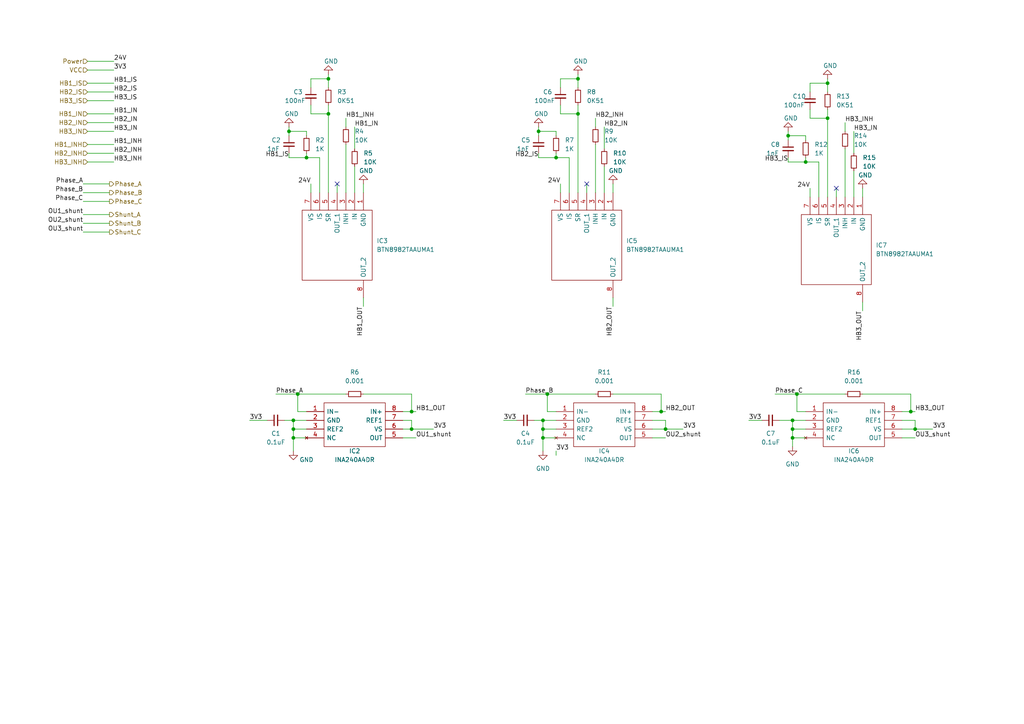
<source format=kicad_sch>
(kicad_sch (version 20211123) (generator eeschema)
  (paper "A4")
  (lib_symbols
    (symbol "CustomLib:BTN8982TAAUMA1" (pin_names (offset 0.762))
      (property "Reference" "IC" (at 26.67 7.62 0))
      (property "Value" "BTN8982TAAUMA1" (at 26.67 5.08 0))
      (symbol "BTN8982TAAUMA1_0_0"
        (pin passive line (at 0 0 0) (length 5.08) (name "GND") (number "1"))
        (pin passive line (at 0 -2.54 0) (length 5.08) (name "IN") (number "2"))
        (pin passive line (at 0 -5.08 0) (length 5.08) (name "INH") (number "3"))
        (pin passive line (at 0 -7.62 0) (length 5.08) (name "OUT_1") (number "4"))
        (pin passive line (at 0 -10.16 0) (length 5.08) (name "SR") (number "5"))
        (pin passive line (at 0 -12.7 0) (length 5.08) (name "IS") (number "6"))
        (pin passive line (at 0 -15.24 0) (length 5.08) (name "VS") (number "7"))
        (pin passive line (at 30.48 0 180) (length 5.08) (name "OUT_2") (number "8"))
      )
      (symbol "BTN8982TAAUMA1_0_1"
        (polyline (pts (xy 5.08 2.54) (xy 25.4 2.54) (xy 25.4 -17.78) (xy 5.08 -17.78) (xy 5.08 2.54)) (stroke (width 0.1524)))
      )
    )
    (symbol "CustomLib:INA240A4DR" (pin_names (offset 0.762))
      (property "Reference" "IC" (at 24.13 7.62 0))
      (property "Value" "INA240A4DR" (at 24.13 5.08 0))
      (symbol "INA240A4DR_0_0"
        (pin passive line (at 0 0 0) (length 5.08) (name "IN-") (number "1"))
        (pin passive line (at 0 -2.54 0) (length 5.08) (name "GND") (number "2"))
        (pin passive line (at 0 -5.08 0) (length 5.08) (name "REF2") (number "3"))
        (pin no_connect line (at 0 -7.62 0) (length 5.08) (name "NC") (number "4"))
        (pin passive line (at 27.94 -7.62 180) (length 5.08) (name "OUT") (number "5"))
        (pin passive line (at 27.94 -5.08 180) (length 5.08) (name "VS") (number "6"))
        (pin passive line (at 27.94 -2.54 180) (length 5.08) (name "REF1") (number "7"))
        (pin passive line (at 27.94 0 180) (length 5.08) (name "IN+") (number "8"))
      )
      (symbol "INA240A4DR_0_1"
        (polyline (pts (xy 5.08 2.54) (xy 22.86 2.54) (xy 22.86 -10.16) (xy 5.08 -10.16) (xy 5.08 2.54)) (stroke (width 0.1524)))
      )
    )
    (symbol "Device:C_Small" (pin_numbers hide) (pin_names (offset 0.254) hide)
      (property "Reference" "C" (at 0.254 1.778 0))
      (property "Value" "C_Small" (at 0.254 -2.032 0))
      (symbol "C_Small_0_1"
        (polyline (pts (xy -1.524 -0.508) (xy 1.524 -0.508)) (stroke (width 0.3302)))
        (polyline (pts (xy -1.524 0.508) (xy 1.524 0.508)) (stroke (width 0.3048)))
      )
      (symbol "C_Small_1_1"
        (pin passive line (at 0 2.54 270) (length 2.032) (name "~") (number "1"))
        (pin passive line (at 0 -2.54 90) (length 2.032) (name "~") (number "2"))
      )
    )
    (symbol "Device:R_Small" (pin_numbers hide) (pin_names (offset 0.254) hide)
      (property "Reference" "R" (at 0.762 0.508 0))
      (property "Value" "R_Small" (at 0.762 -1.016 0))
      (symbol "R_Small_0_1"
        (rectangle (start -0.762 1.778) (end 0.762 -1.778) (stroke (width 0.2032)))
      )
      (symbol "R_Small_1_1"
        (pin passive line (at 0 2.54 270) (length 0.762) (name "~") (number "1"))
        (pin passive line (at 0 -2.54 90) (length 0.762) (name "~") (number "2"))
      )
    )
    (symbol "power:GND" (power) (pin_names (offset 0))
      (property "Value" "GND" (at 0 -3.81 0))
      (symbol "GND_0_1"
        (polyline (pts (xy 0 0) (xy 0 -1.27) (xy 1.27 -1.27) (xy 0 -2.54) (xy -1.27 -1.27) (xy 0 -1.27)))
      )
      (symbol "GND_1_1"
        (pin power_in line (at 0 0 270) (length 0) hide (name "GND") (number "1"))
      )
    )
  )
  (junction (at 119.38 119.38))
  (junction (at 157.48 121.92))
  (junction (at 265.43 124.46))
  (junction (at 157.48 127))
  (junction (at 229.87 127))
  (junction (at 88.9 45.72))
  (junction (at 95.25 33.02))
  (junction (at 229.87 124.46))
  (junction (at 228.6 39.37))
  (junction (at 119.38 124.46))
  (junction (at 240.03 24.13))
  (junction (at 233.68 46.99))
  (junction (at 95.25 22.86))
  (junction (at 85.09 124.46))
  (junction (at 231.14 114.3))
  (junction (at 83.82 38.1))
  (junction (at 191.77 119.38))
  (junction (at 86.36 114.3))
  (junction (at 167.64 22.86))
  (junction (at 156.21 38.1))
  (junction (at 229.87 121.92))
  (junction (at 157.48 124.46))
  (junction (at 240.03 34.29))
  (junction (at 161.29 45.72))
  (junction (at 193.04 124.46))
  (junction (at 85.09 121.92))
  (junction (at 167.64 33.02))
  (junction (at 158.75 114.3))
  (junction (at 264.16 119.38))
  (junction (at 85.09 127))
  (no_connect (at 97.79 53.34))
  (no_connect (at 242.57 54.61))
  (no_connect (at 170.18 53.34))
  (wire (pts (xy 85.09 127) (xy 85.09 130.81)))
  (wire (pts (xy 90.17 22.86) (xy 90.17 25.4)))
  (wire (pts (xy 162.56 22.86) (xy 162.56 25.4)))
  (wire (pts (xy 25.4 41.91) (xy 33.02 41.91)))
  (wire (pts (xy 240.03 26.67) (xy 240.03 24.13)))
  (wire (pts (xy 261.62 124.46) (xy 265.43 124.46)))
  (wire (pts (xy 261.62 121.92) (xy 265.43 121.92)))
  (wire (pts (xy 31.75 58.42) (xy 24.13 58.42)))
  (wire (pts (xy 25.4 44.45) (xy 33.02 44.45)))
  (wire (pts (xy 191.77 114.3) (xy 191.77 119.38)))
  (wire (pts (xy 100.33 34.29) (xy 100.33 36.83)))
  (wire (pts (xy 116.84 119.38) (xy 119.38 119.38)))
  (wire (pts (xy 88.9 38.1) (xy 88.9 39.37)))
  (wire (pts (xy 245.11 43.18) (xy 245.11 57.15)))
  (wire (pts (xy 157.48 124.46) (xy 157.48 127)))
  (wire (pts (xy 92.71 55.88) (xy 92.71 45.72)))
  (wire (pts (xy 100.33 41.91) (xy 100.33 55.88)))
  (wire (pts (xy 161.29 45.72) (xy 165.1 45.72)))
  (wire (pts (xy 90.17 53.34) (xy 90.17 55.88)))
  (wire (pts (xy 105.41 114.3) (xy 119.38 114.3)))
  (wire (pts (xy 217.17 121.92) (xy 220.98 121.92)))
  (wire (pts (xy 83.82 38.1) (xy 88.9 38.1)))
  (wire (pts (xy 116.84 124.46) (xy 119.38 124.46)))
  (wire (pts (xy 158.75 119.38) (xy 161.29 119.38)))
  (wire (pts (xy 175.26 48.26) (xy 175.26 55.88)))
  (wire (pts (xy 31.75 64.77) (xy 24.13 64.77)))
  (wire (pts (xy 83.82 45.72) (xy 88.9 45.72)))
  (wire (pts (xy 25.4 38.1) (xy 33.02 38.1)))
  (wire (pts (xy 83.82 39.37) (xy 83.82 38.1)))
  (wire (pts (xy 229.87 124.46) (xy 229.87 127)))
  (wire (pts (xy 265.43 121.92) (xy 265.43 124.46)))
  (wire (pts (xy 85.09 124.46) (xy 88.9 124.46)))
  (wire (pts (xy 177.8 53.34) (xy 177.8 55.88)))
  (wire (pts (xy 25.4 17.78) (xy 33.02 17.78)))
  (wire (pts (xy 245.11 35.56) (xy 245.11 38.1)))
  (wire (pts (xy 95.25 25.4) (xy 95.25 22.86)))
  (wire (pts (xy 264.16 119.38) (xy 265.43 119.38)))
  (wire (pts (xy 229.87 127) (xy 229.87 129.54)))
  (wire (pts (xy 154.94 121.92) (xy 157.48 121.92)))
  (wire (pts (xy 119.38 114.3) (xy 119.38 119.38)))
  (wire (pts (xy 162.56 33.02) (xy 167.64 33.02)))
  (wire (pts (xy 240.03 34.29) (xy 240.03 57.15)))
  (wire (pts (xy 95.25 22.86) (xy 90.17 22.86)))
  (wire (pts (xy 116.84 127) (xy 120.65 127)))
  (wire (pts (xy 229.87 121.92) (xy 229.87 124.46)))
  (wire (pts (xy 250.19 54.61) (xy 250.19 57.15)))
  (wire (pts (xy 242.57 54.61) (xy 242.57 57.15)))
  (wire (pts (xy 83.82 36.83) (xy 83.82 38.1)))
  (wire (pts (xy 233.68 39.37) (xy 233.68 40.64)))
  (wire (pts (xy 170.18 53.34) (xy 170.18 55.88)))
  (wire (pts (xy 247.65 49.53) (xy 247.65 57.15)))
  (wire (pts (xy 88.9 44.45) (xy 88.9 45.72)))
  (wire (pts (xy 234.95 31.75) (xy 234.95 34.29)))
  (wire (pts (xy 156.21 36.83) (xy 156.21 38.1)))
  (wire (pts (xy 161.29 121.92) (xy 157.48 121.92)))
  (wire (pts (xy 172.72 114.3) (xy 158.75 114.3)))
  (wire (pts (xy 31.75 55.88) (xy 24.13 55.88)))
  (wire (pts (xy 231.14 119.38) (xy 233.68 119.38)))
  (wire (pts (xy 261.62 127) (xy 265.43 127)))
  (wire (pts (xy 105.41 53.34) (xy 105.41 55.88)))
  (wire (pts (xy 231.14 114.3) (xy 231.14 119.38)))
  (wire (pts (xy 25.4 33.02) (xy 33.02 33.02)))
  (wire (pts (xy 237.49 57.15) (xy 237.49 46.99)))
  (wire (pts (xy 228.6 40.64) (xy 228.6 39.37)))
  (wire (pts (xy 228.6 39.37) (xy 233.68 39.37)))
  (wire (pts (xy 157.48 124.46) (xy 161.29 124.46)))
  (wire (pts (xy 161.29 130.81) (xy 161.29 132.08)))
  (wire (pts (xy 83.82 44.45) (xy 83.82 45.72)))
  (wire (pts (xy 245.11 114.3) (xy 231.14 114.3)))
  (wire (pts (xy 25.4 46.99) (xy 33.02 46.99)))
  (wire (pts (xy 25.4 24.13) (xy 33.02 24.13)))
  (wire (pts (xy 177.8 114.3) (xy 191.77 114.3)))
  (wire (pts (xy 31.75 53.34) (xy 24.13 53.34)))
  (wire (pts (xy 31.75 62.23) (xy 24.13 62.23)))
  (wire (pts (xy 250.19 114.3) (xy 264.16 114.3)))
  (wire (pts (xy 88.9 121.92) (xy 85.09 121.92)))
  (wire (pts (xy 265.43 124.46) (xy 270.51 124.46)))
  (wire (pts (xy 25.4 35.56) (xy 33.02 35.56)))
  (wire (pts (xy 157.48 127) (xy 161.29 127)))
  (wire (pts (xy 95.25 30.48) (xy 95.25 33.02)))
  (wire (pts (xy 167.64 25.4) (xy 167.64 22.86)))
  (wire (pts (xy 250.19 87.63) (xy 250.19 90.17)))
  (wire (pts (xy 88.9 45.72) (xy 92.71 45.72)))
  (wire (pts (xy 167.64 21.59) (xy 167.64 22.86)))
  (wire (pts (xy 240.03 22.86) (xy 240.03 24.13)))
  (wire (pts (xy 228.6 46.99) (xy 233.68 46.99)))
  (wire (pts (xy 90.17 33.02) (xy 95.25 33.02)))
  (wire (pts (xy 233.68 45.72) (xy 233.68 46.99)))
  (wire (pts (xy 158.75 114.3) (xy 158.75 119.38)))
  (wire (pts (xy 85.09 127) (xy 88.9 127)))
  (wire (pts (xy 226.06 121.92) (xy 229.87 121.92)))
  (wire (pts (xy 157.48 130.81) (xy 157.48 127)))
  (wire (pts (xy 264.16 114.3) (xy 264.16 119.38)))
  (wire (pts (xy 95.25 33.02) (xy 95.25 55.88)))
  (wire (pts (xy 90.17 30.48) (xy 90.17 33.02)))
  (wire (pts (xy 228.6 45.72) (xy 228.6 46.99)))
  (wire (pts (xy 119.38 121.92) (xy 119.38 124.46)))
  (wire (pts (xy 167.64 33.02) (xy 167.64 55.88)))
  (wire (pts (xy 31.75 67.31) (xy 24.13 67.31)))
  (wire (pts (xy 247.65 38.1) (xy 247.65 44.45)))
  (wire (pts (xy 224.79 114.3) (xy 231.14 114.3)))
  (wire (pts (xy 189.23 124.46) (xy 193.04 124.46)))
  (wire (pts (xy 95.25 21.59) (xy 95.25 22.86)))
  (wire (pts (xy 80.01 114.3) (xy 86.36 114.3)))
  (wire (pts (xy 25.4 20.32) (xy 33.02 20.32)))
  (wire (pts (xy 229.87 124.46) (xy 233.68 124.46)))
  (wire (pts (xy 167.64 22.86) (xy 162.56 22.86)))
  (wire (pts (xy 240.03 24.13) (xy 234.95 24.13)))
  (wire (pts (xy 86.36 119.38) (xy 88.9 119.38)))
  (wire (pts (xy 193.04 124.46) (xy 198.12 124.46)))
  (wire (pts (xy 177.8 86.36) (xy 177.8 88.9)))
  (wire (pts (xy 85.09 124.46) (xy 85.09 127)))
  (wire (pts (xy 97.79 53.34) (xy 97.79 55.88)))
  (wire (pts (xy 193.04 121.92) (xy 193.04 124.46)))
  (wire (pts (xy 102.87 48.26) (xy 102.87 55.88)))
  (wire (pts (xy 161.29 44.45) (xy 161.29 45.72)))
  (wire (pts (xy 25.4 26.67) (xy 33.02 26.67)))
  (wire (pts (xy 119.38 124.46) (xy 125.73 124.46)))
  (wire (pts (xy 86.36 114.3) (xy 86.36 119.38)))
  (wire (pts (xy 102.87 36.83) (xy 102.87 43.18)))
  (wire (pts (xy 229.87 127) (xy 233.68 127)))
  (wire (pts (xy 156.21 39.37) (xy 156.21 38.1)))
  (wire (pts (xy 167.64 30.48) (xy 167.64 33.02)))
  (wire (pts (xy 82.55 121.92) (xy 85.09 121.92)))
  (wire (pts (xy 189.23 127) (xy 193.04 127)))
  (wire (pts (xy 175.26 36.83) (xy 175.26 43.18)))
  (wire (pts (xy 100.33 114.3) (xy 86.36 114.3)))
  (wire (pts (xy 234.95 54.61) (xy 234.95 57.15)))
  (wire (pts (xy 157.48 121.92) (xy 157.48 124.46)))
  (wire (pts (xy 189.23 119.38) (xy 191.77 119.38)))
  (wire (pts (xy 189.23 121.92) (xy 193.04 121.92)))
  (wire (pts (xy 156.21 44.45) (xy 156.21 45.72)))
  (wire (pts (xy 161.29 38.1) (xy 161.29 39.37)))
  (wire (pts (xy 240.03 31.75) (xy 240.03 34.29)))
  (wire (pts (xy 172.72 34.29) (xy 172.72 36.83)))
  (wire (pts (xy 233.68 46.99) (xy 237.49 46.99)))
  (wire (pts (xy 234.95 24.13) (xy 234.95 26.67)))
  (wire (pts (xy 229.87 121.92) (xy 233.68 121.92)))
  (wire (pts (xy 116.84 121.92) (xy 119.38 121.92)))
  (wire (pts (xy 162.56 53.34) (xy 162.56 55.88)))
  (wire (pts (xy 25.4 29.21) (xy 33.02 29.21)))
  (wire (pts (xy 85.09 121.92) (xy 85.09 124.46)))
  (wire (pts (xy 191.77 119.38) (xy 193.04 119.38)))
  (wire (pts (xy 152.4 114.3) (xy 158.75 114.3)))
  (wire (pts (xy 105.41 86.36) (xy 105.41 88.9)))
  (wire (pts (xy 146.05 121.92) (xy 149.86 121.92)))
  (wire (pts (xy 172.72 41.91) (xy 172.72 55.88)))
  (wire (pts (xy 156.21 45.72) (xy 161.29 45.72)))
  (wire (pts (xy 162.56 30.48) (xy 162.56 33.02)))
  (wire (pts (xy 165.1 55.88) (xy 165.1 45.72)))
  (wire (pts (xy 72.39 121.92) (xy 77.47 121.92)))
  (wire (pts (xy 261.62 119.38) (xy 264.16 119.38)))
  (wire (pts (xy 156.21 38.1) (xy 161.29 38.1)))
  (wire (pts (xy 234.95 34.29) (xy 240.03 34.29)))
  (wire (pts (xy 119.38 119.38) (xy 120.65 119.38)))
  (wire (pts (xy 228.6 38.1) (xy 228.6 39.37)))
  (label "HB3_IN" (at 33.02 38.1 0))
  (label "24V" (at 234.95 54.61 180))
  (label "Phase_B" (at 152.4 114.3 0))
  (label "Phase_B" (at 24.13 55.88 180))
  (label "HB2_IN" (at 175.26 36.83 0))
  (label "HB2_INH" (at 33.02 44.45 0))
  (label "HB1_IN" (at 33.02 33.02 0))
  (label "HB1_INH" (at 33.02 41.91 0))
  (label "3V3" (at 146.05 121.92 0))
  (label "3V3" (at 161.29 130.81 0))
  (label "HB3_OUT" (at 265.43 119.38 0))
  (label "OU1_shunt" (at 120.65 127 0))
  (label "HB2_IS" (at 33.02 26.67 0))
  (label "OU3_shunt" (at 24.13 67.31 180))
  (label "HB1_IS" (at 33.02 24.13 0))
  (label "Phase_C" (at 24.13 58.42 180))
  (label "HB3_IS" (at 33.02 29.21 0))
  (label "HB2_IN" (at 33.02 35.56 0))
  (label "HB3_INH" (at 33.02 46.99 0))
  (label "HB3_IN" (at 247.65 38.1 0))
  (label "OU2_shunt" (at 24.13 64.77 180))
  (label "HB3_INH" (at 245.11 35.56 0))
  (label "Phase_A" (at 24.13 53.34 180))
  (label "HB1_OUT" (at 105.41 88.9 270))
  (label "HB3_IS" (at 228.6 46.99 180))
  (label "HB3_OUT" (at 250.19 90.17 270))
  (label "3V3" (at 125.73 124.46 0))
  (label "Phase_C" (at 224.79 114.3 0))
  (label "HB2_INH" (at 172.72 34.29 0))
  (label "24V" (at 162.56 53.34 180))
  (label "HB1_IN" (at 102.87 36.83 0))
  (label "24V" (at 90.17 53.34 180))
  (label "3V3" (at 217.17 121.92 0))
  (label "Phase_A" (at 80.01 114.3 0))
  (label "OU3_shunt" (at 265.43 127 0))
  (label "3V3" (at 72.39 121.92 0))
  (label "HB2_OUT" (at 193.04 119.38 0))
  (label "HB2_IS" (at 156.21 45.72 180))
  (label "OU2_shunt" (at 193.04 127 0))
  (label "OU1_shunt" (at 24.13 62.23 180))
  (label "HB2_OUT" (at 177.8 88.9 270))
  (label "3V3" (at 198.12 124.46 0))
  (label "HB1_INH" (at 100.33 34.29 0))
  (label "HB1_OUT" (at 120.65 119.38 0))
  (label "3V3" (at 33.02 20.32 0))
  (label "HB1_IS" (at 83.82 45.72 180))
  (label "24V" (at 33.02 17.78 0))
  (label "3V3" (at 270.51 124.46 0))
  (hierarchical_label "HB2_INH" (shape input) (at 25.4 44.45 180))
  (hierarchical_label "HB1_IS" (shape input) (at 25.4 24.13 180))
  (hierarchical_label "HB3_IS" (shape input) (at 25.4 29.21 180))
  (hierarchical_label "HB3_INH" (shape input) (at 25.4 46.99 180))
  (hierarchical_label "HB1_IN" (shape input) (at 25.4 33.02 180))
  (hierarchical_label "Shunt_B" (shape output) (at 31.75 64.77 0))
  (hierarchical_label "Shunt_A" (shape output) (at 31.75 62.23 0))
  (hierarchical_label "HB2_IN" (shape input) (at 25.4 35.56 180))
  (hierarchical_label "VCC" (shape input) (at 25.4 20.32 180))
  (hierarchical_label "Power" (shape input) (at 25.4 17.78 180))
  (hierarchical_label "Phase_C" (shape output) (at 31.75 58.42 0))
  (hierarchical_label "HB1_INH" (shape input) (at 25.4 41.91 180))
  (hierarchical_label "HB3_IN" (shape input) (at 25.4 38.1 180))
  (hierarchical_label "HB2_IS" (shape input) (at 25.4 26.67 180))
  (hierarchical_label "Shunt_C" (shape output) (at 31.75 67.31 0))
  (hierarchical_label "Phase_B" (shape output) (at 31.75 55.88 0))
  (hierarchical_label "Phase_A" (shape output) (at 31.75 53.34 0))
  (symbol (lib_id "power:GND") (at 105.41 53.34 180) (unit 1)
    (property "Reference" "#PWR0111" (effects hide))
    (property "Value" "GND" (at 104.14 49.53 0) (effects (justify right)))
  )
  (symbol (lib_id "power:GND") (at 83.82 36.83 180) (unit 1)
    (property "Reference" "#PWR0113" (effects hide))
    (property "Value" "GND" (at 82.55 33.02 0) (effects (justify right)))
  )
  (symbol (lib_id "Device:R_Small") (at 247.65 46.99 0) (unit 1)
    (property "Reference" "R15" (at 250.19 45.7199 0) (effects (justify left)))
    (property "Value" "10K" (at 250.19 48.2599 0) (effects (justify left)))
    (property "Footprint" "Resistor_SMD:R_1206_3216Metric" (effects hide))
  )
  (symbol (lib_id "CustomLib:BTN8982TAAUMA1") (at 177.8 55.88 270) (unit 1)
    (property "Reference" "IC5" (at 181.61 69.8499 90) (effects (justify left)))
    (property "Value" "BTN8982TAAUMA1" (at 181.61 72.3899 90) (effects (justify left)))
    (property "Footprint" "max_KiCAD_lib:PG-TO263-7-1" (effects hide))
    (property "Datasheet" "https://www.infineon.com/dgdl/Infineon-BTN8982TA-DS-v01_00-EN.pdf?fileId=db3a30433fa9412f013fbe32289b7c17&intc=reco" (effects hide))
    (property "Description" "Infineon BTN8982TAAUMA1, BLDC Motor Driver IC, 40 V 55A 7-Pin, TO-263" (effects hide))
    (property "Mouser Part Number" "726-BTN8982TAAUMA1" (effects hide))
    (property "Mouser Price/Stock" "https://www.mouser.co.uk/ProductDetail/Infineon-Technologies/BTN8982TAAUMA1?qs=WkdRfq4wf1POsjGKnDFeRw%3D%3D" (effects hide))
    (property "Manufacturer_Name" "Infineon" (effects hide))
    (property "Manufacturer_Part_Number" "BTN8982TAAUMA1" (effects hide))
  )
  (symbol (lib_id "power:GND") (at 156.21 36.83 180) (unit 1)
    (property "Reference" "#PWR0110" (effects hide))
    (property "Value" "GND" (at 154.94 33.02 0) (effects (justify right)))
  )
  (symbol (lib_id "Device:R_Small") (at 102.87 114.3 90) (unit 1)
    (property "Reference" "R6" (at 102.87 107.95 90))
    (property "Value" "0.001" (at 102.87 110.49 90))
    (property "Footprint" "Resistor_SMD:R_1206_3216Metric" (effects hide))
  )
  (symbol (lib_id "Device:C_Small") (at 80.01 121.92 90) (unit 1)
    (property "Reference" "C1" (at 80.01 125.73 90))
    (property "Value" "0.1uF" (at 80.01 128.27 90))
    (property "Footprint" "Capacitor_SMD:C_1206_3216Metric" (effects hide))
  )
  (symbol (lib_id "Device:R_Small") (at 175.26 114.3 90) (unit 1)
    (property "Reference" "R11" (at 175.26 107.95 90))
    (property "Value" "0.001" (at 175.26 110.49 90))
    (property "Footprint" "Resistor_SMD:R_1206_3216Metric" (effects hide))
  )
  (symbol (lib_id "Device:R_Small") (at 88.9 41.91 0) (unit 1)
    (property "Reference" "R2" (at 91.44 40.6399 0) (effects (justify left)))
    (property "Value" "1K" (at 91.44 43.1799 0) (effects (justify left)))
    (property "Footprint" "Resistor_SMD:R_1206_3216Metric" (effects hide))
  )
  (symbol (lib_id "Device:C_Small") (at 228.6 43.18 0) (unit 1)
    (property "Reference" "C8" (at 223.52 41.91 0) (effects (justify left)))
    (property "Value" "1nF" (at 222.25 44.45 0) (effects (justify left)))
    (property "Footprint" "Capacitor_SMD:C_1206_3216Metric" (effects hide))
  )
  (symbol (lib_id "Device:C_Small") (at 90.17 27.94 0) (unit 1)
    (property "Reference" "C3" (at 85.09 26.67 0) (effects (justify left)))
    (property "Value" "100nF" (at 82.55 29.21 0) (effects (justify left)))
    (property "Footprint" "Capacitor_SMD:C_1206_3216Metric" (effects hide))
  )
  (symbol (lib_id "Device:C_Small") (at 162.56 27.94 0) (unit 1)
    (property "Reference" "C6" (at 157.48 26.67 0) (effects (justify left)))
    (property "Value" "100nF" (at 154.94 29.21 0) (effects (justify left)))
    (property "Footprint" "Capacitor_SMD:C_1206_3216Metric" (effects hide))
  )
  (symbol (lib_id "Device:C_Small") (at 152.4 121.92 90) (unit 1)
    (property "Reference" "C4" (at 152.4 125.73 90))
    (property "Value" "0.1uF" (at 152.4 128.27 90))
    (property "Footprint" "Capacitor_SMD:C_1206_3216Metric" (effects hide))
  )
  (symbol (lib_id "power:GND") (at 85.09 130.81 0) (unit 1)
    (property "Reference" "#PWR0106" (effects hide))
    (property "Value" "GND" (at 88.9 133.35 0))
  )
  (symbol (lib_id "Device:R_Small") (at 233.68 43.18 0) (unit 1)
    (property "Reference" "R12" (at 236.22 41.9099 0) (effects (justify left)))
    (property "Value" "1K" (at 236.22 44.4499 0) (effects (justify left)))
    (property "Footprint" "Resistor_SMD:R_1206_3216Metric" (effects hide))
  )
  (symbol (lib_id "CustomLib:INA240A4DR") (at 88.9 119.38 0) (unit 1)
    (property "Reference" "IC2" (at 102.87 130.81 0))
    (property "Value" "INA240A4DR" (at 102.87 133.35 0))
    (property "Footprint" "max_KiCAD_lib:SOIC127P600X175-8N" (effects hide))
    (property "Datasheet" "http://www.ti.com/lit/gpn/ina240" (effects hide))
    (property "Description" "80V, Low-/High-Side, Bi-Directional, Zero-Drift, Current Sense Amp w/Enhanced PWM Rejection" (effects hide))
    (property "Height" "1.75" (effects hide))
    (property "Mouser Part Number" "595-INA240A4DR" (effects hide))
    (property "Mouser Price/Stock" "https://www.mouser.co.uk/ProductDetail/Texas-Instruments/INA240A4DR?qs=AQlKX63v8RvMrT%252BbhA5gog%3D%3D" (effects hide))
    (property "Manufacturer_Name" "Texas Instruments" (effects hide))
    (property "Manufacturer_Part_Number" "INA240A4DR" (effects hide))
  )
  (symbol (lib_id "power:GND") (at 177.8 53.34 180) (unit 1)
    (property "Reference" "#PWR0123" (effects hide))
    (property "Value" "GND" (at 176.53 49.53 0) (effects (justify right)))
  )
  (symbol (lib_id "Device:R_Small") (at 100.33 39.37 0) (unit 1)
    (property "Reference" "R4" (at 102.87 38.0999 0) (effects (justify left)))
    (property "Value" "10K" (at 102.87 40.6399 0) (effects (justify left)))
    (property "Footprint" "Resistor_SMD:R_1206_3216Metric" (effects hide))
  )
  (symbol (lib_id "power:GND") (at 240.03 22.86 180) (unit 1)
    (property "Reference" "#PWR0127" (effects hide))
    (property "Value" "GND" (at 238.76 19.05 0) (effects (justify right)))
  )
  (symbol (lib_id "Device:R_Small") (at 161.29 41.91 0) (unit 1)
    (property "Reference" "R7" (at 163.83 40.6399 0) (effects (justify left)))
    (property "Value" "1K" (at 163.83 43.1799 0) (effects (justify left)))
    (property "Footprint" "Resistor_SMD:R_1206_3216Metric" (effects hide))
  )
  (symbol (lib_id "Device:R_Small") (at 247.65 114.3 90) (unit 1)
    (property "Reference" "R16" (at 247.65 107.95 90))
    (property "Value" "0.001" (at 247.65 110.49 90))
    (property "Footprint" "Resistor_SMD:R_1206_3216Metric" (effects hide))
  )
  (symbol (lib_id "CustomLib:BTN8982TAAUMA1") (at 250.19 57.15 270) (unit 1)
    (property "Reference" "IC7" (at 254 71.1199 90) (effects (justify left)))
    (property "Value" "BTN8982TAAUMA1" (at 254 73.6599 90) (effects (justify left)))
    (property "Footprint" "max_KiCAD_lib:PG-TO263-7-1" (effects hide))
    (property "Datasheet" "https://www.infineon.com/dgdl/Infineon-BTN8982TA-DS-v01_00-EN.pdf?fileId=db3a30433fa9412f013fbe32289b7c17&intc=reco" (effects hide))
    (property "Description" "Infineon BTN8982TAAUMA1, BLDC Motor Driver IC, 40 V 55A 7-Pin, TO-263" (effects hide))
    (property "Mouser Part Number" "726-BTN8982TAAUMA1" (effects hide))
    (property "Mouser Price/Stock" "https://www.mouser.co.uk/ProductDetail/Infineon-Technologies/BTN8982TAAUMA1?qs=WkdRfq4wf1POsjGKnDFeRw%3D%3D" (effects hide))
    (property "Manufacturer_Name" "Infineon" (effects hide))
    (property "Manufacturer_Part_Number" "BTN8982TAAUMA1" (effects hide))
  )
  (symbol (lib_id "Device:C_Small") (at 83.82 41.91 0) (unit 1)
    (property "Reference" "C2" (at 78.74 40.64 0) (effects (justify left)))
    (property "Value" "1nF" (at 77.47 43.18 0) (effects (justify left)))
    (property "Footprint" "Capacitor_SMD:C_1206_3216Metric" (effects hide))
  )
  (symbol (lib_id "power:GND") (at 95.25 21.59 180) (unit 1)
    (property "Reference" "#PWR0114" (effects hide))
    (property "Value" "GND" (at 93.98 17.78 0) (effects (justify right)))
  )
  (symbol (lib_id "Device:R_Small") (at 245.11 40.64 0) (unit 1)
    (property "Reference" "R14" (at 247.65 39.3699 0) (effects (justify left)))
    (property "Value" "10K" (at 247.65 41.9099 0) (effects (justify left)))
    (property "Footprint" "Resistor_SMD:R_1206_3216Metric" (effects hide))
  )
  (symbol (lib_id "power:GND") (at 157.48 130.81 0) (unit 1)
    (property "Reference" "#PWR0108" (effects hide))
    (property "Value" "GND" (at 157.48 135.89 0))
  )
  (symbol (lib_id "CustomLib:BTN8982TAAUMA1") (at 105.41 55.88 270) (unit 1)
    (property "Reference" "IC3" (at 109.22 69.8499 90) (effects (justify left)))
    (property "Value" "BTN8982TAAUMA1" (at 109.22 72.3899 90) (effects (justify left)))
    (property "Footprint" "max_KiCAD_lib:PG-TO263-7-1" (effects hide))
    (property "Datasheet" "https://www.infineon.com/dgdl/Infineon-BTN8982TA-DS-v01_00-EN.pdf?fileId=db3a30433fa9412f013fbe32289b7c17&intc=reco" (effects hide))
    (property "Description" "Infineon BTN8982TAAUMA1, BLDC Motor Driver IC, 40 V 55A 7-Pin, TO-263" (effects hide))
    (property "Mouser Part Number" "726-BTN8982TAAUMA1" (effects hide))
    (property "Mouser Price/Stock" "https://www.mouser.co.uk/ProductDetail/Infineon-Technologies/BTN8982TAAUMA1?qs=WkdRfq4wf1POsjGKnDFeRw%3D%3D" (effects hide))
    (property "Manufacturer_Name" "Infineon" (effects hide))
    (property "Manufacturer_Part_Number" "BTN8982TAAUMA1" (effects hide))
  )
  (symbol (lib_id "power:GND") (at 229.87 129.54 0) (unit 1)
    (property "Reference" "#PWR0118" (effects hide))
    (property "Value" "GND" (at 229.87 134.62 0))
  )
  (symbol (lib_id "power:GND") (at 228.6 38.1 180) (unit 1)
    (property "Reference" "#PWR0128" (effects hide))
    (property "Value" "GND" (at 227.33 34.29 0) (effects (justify right)))
  )
  (symbol (lib_id "Device:R_Small") (at 175.26 45.72 0) (unit 1)
    (property "Reference" "R10" (at 177.8 44.4499 0) (effects (justify left)))
    (property "Value" "10K" (at 177.8 46.9899 0) (effects (justify left)))
    (property "Footprint" "Resistor_SMD:R_1206_3216Metric" (effects hide))
  )
  (symbol (lib_id "power:GND") (at 250.19 54.61 180) (unit 1)
    (property "Reference" "#PWR0126" (effects hide))
    (property "Value" "GND" (at 248.92 50.8 0) (effects (justify right)))
  )
  (symbol (lib_id "Device:R_Small") (at 167.64 27.94 0) (unit 1)
    (property "Reference" "R8" (at 170.18 26.67 0) (effects (justify left)))
    (property "Value" "0K51" (at 170.18 29.2099 0) (effects (justify left)))
    (property "Footprint" "Resistor_SMD:R_1206_3216Metric" (effects hide))
  )
  (symbol (lib_id "CustomLib:INA240A4DR") (at 233.68 119.38 0) (unit 1)
    (property "Reference" "IC6" (at 247.65 130.81 0))
    (property "Value" "INA240A4DR" (at 247.65 133.35 0))
    (property "Footprint" "max_KiCAD_lib:SOIC127P600X175-8N" (effects hide))
    (property "Datasheet" "http://www.ti.com/lit/gpn/ina240" (effects hide))
    (property "Description" "80V, Low-/High-Side, Bi-Directional, Zero-Drift, Current Sense Amp w/Enhanced PWM Rejection" (effects hide))
    (property "Height" "1.75" (effects hide))
    (property "Mouser Part Number" "595-INA240A4DR" (effects hide))
    (property "Mouser Price/Stock" "https://www.mouser.co.uk/ProductDetail/Texas-Instruments/INA240A4DR?qs=AQlKX63v8RvMrT%252BbhA5gog%3D%3D" (effects hide))
    (property "Manufacturer_Name" "Texas Instruments" (effects hide))
    (property "Manufacturer_Part_Number" "INA240A4DR" (effects hide))
  )
  (symbol (lib_id "Device:C_Small") (at 223.52 121.92 90) (unit 1)
    (property "Reference" "C7" (at 223.52 125.73 90))
    (property "Value" "0.1uF" (at 223.52 128.27 90))
    (property "Footprint" "Capacitor_SMD:C_1206_3216Metric" (effects hide))
  )
  (symbol (lib_id "CustomLib:INA240A4DR") (at 161.29 119.38 0) (unit 1)
    (property "Reference" "IC4" (at 175.26 130.81 0))
    (property "Value" "INA240A4DR" (at 175.26 133.35 0))
    (property "Footprint" "max_KiCAD_lib:SOIC127P600X175-8N" (effects hide))
    (property "Datasheet" "http://www.ti.com/lit/gpn/ina240" (effects hide))
    (property "Description" "80V, Low-/High-Side, Bi-Directional, Zero-Drift, Current Sense Amp w/Enhanced PWM Rejection" (effects hide))
    (property "Height" "1.75" (effects hide))
    (property "Mouser Part Number" "595-INA240A4DR" (effects hide))
    (property "Mouser Price/Stock" "https://www.mouser.co.uk/ProductDetail/Texas-Instruments/INA240A4DR?qs=AQlKX63v8RvMrT%252BbhA5gog%3D%3D" (effects hide))
    (property "Manufacturer_Name" "Texas Instruments" (effects hide))
    (property "Manufacturer_Part_Number" "INA240A4DR" (effects hide))
  )
  (symbol (lib_id "Device:C_Small") (at 234.95 29.21 0) (unit 1)
    (property "Reference" "C10" (at 229.87 27.94 0) (effects (justify left)))
    (property "Value" "100nF" (at 227.33 30.48 0) (effects (justify left)))
    (property "Footprint" "Capacitor_SMD:C_1206_3216Metric" (effects hide))
  )
  (symbol (lib_id "Device:C_Small") (at 156.21 41.91 0) (unit 1)
    (property "Reference" "C5" (at 151.13 40.64 0) (effects (justify left)))
    (property "Value" "1nF" (at 149.86 43.18 0) (effects (justify left)))
    (property "Footprint" "Capacitor_SMD:C_1206_3216Metric" (effects hide))
  )
  (symbol (lib_id "Device:R_Small") (at 172.72 39.37 0) (unit 1)
    (property "Reference" "R9" (at 175.26 38.0999 0) (effects (justify left)))
    (property "Value" "10K" (at 175.26 40.6399 0) (effects (justify left)))
    (property "Footprint" "Resistor_SMD:R_1206_3216Metric" (effects hide))
  )
  (symbol (lib_id "power:GND") (at 167.64 21.59 180) (unit 1)
    (property "Reference" "#PWR0109" (effects hide))
    (property "Value" "GND" (at 166.37 17.78 0) (effects (justify right)))
  )
  (symbol (lib_id "Device:R_Small") (at 240.03 29.21 0) (unit 1)
    (property "Reference" "R13" (at 242.57 27.94 0) (effects (justify left)))
    (property "Value" "0K51" (at 242.57 30.4799 0) (effects (justify left)))
    (property "Footprint" "Resistor_SMD:R_1206_3216Metric" (effects hide))
  )
  (symbol (lib_id "Device:R_Small") (at 95.25 27.94 0) (unit 1)
    (property "Reference" "R3" (at 97.79 26.67 0) (effects (justify left)))
    (property "Value" "0K51" (at 97.79 29.2099 0) (effects (justify left)))
    (property "Footprint" "Resistor_SMD:R_1206_3216Metric" (effects hide))
  )
  (symbol (lib_id "Device:R_Small") (at 102.87 45.72 0) (unit 1)
    (property "Reference" "R5" (at 105.41 44.4499 0) (effects (justify left)))
    (property "Value" "10K" (at 105.41 46.9899 0) (effects (justify left)))
    (property "Footprint" "Resistor_SMD:R_1206_3216Metric" (effects hide))
  )
)
</source>
